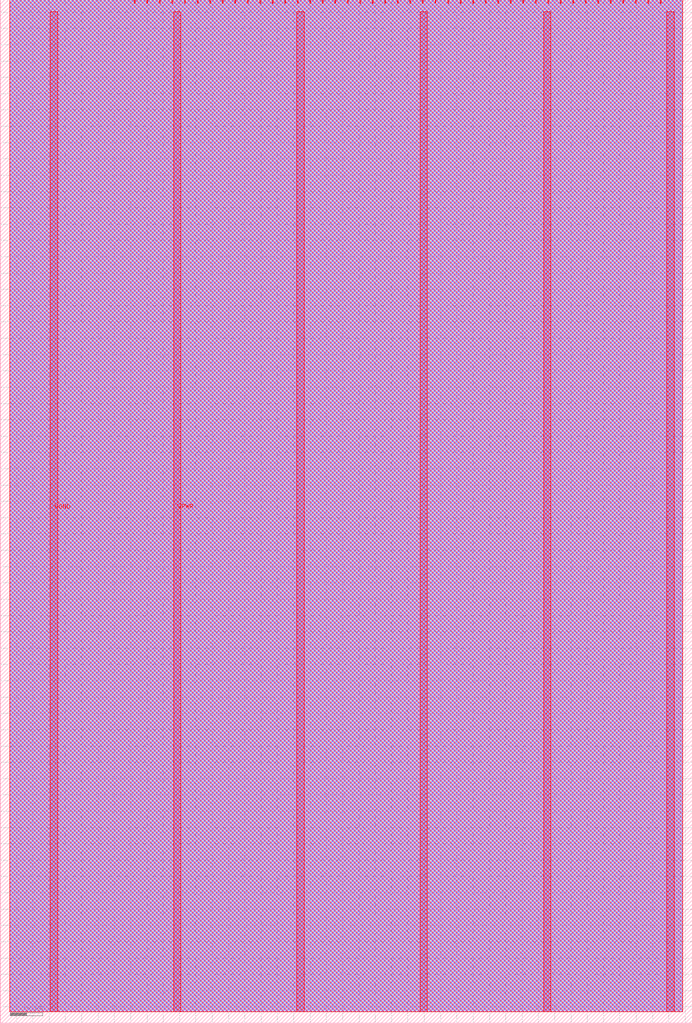
<source format=lef>
VERSION 5.8 ;
BUSBITCHARS "[]" ;
DIVIDERCHAR "/" ;
UNITS
    DATABASE MICRONS 1000 ;
END UNITS

VIA tt_um_dlmiles_tt05_i2c_bert_via1_2_2200_440_1_5_410_410
  VIARULE via1Array ;
  CUTSIZE 0.19 0.19 ;
  LAYERS Metal1 Via1 Metal2 ;
  CUTSPACING 0.22 0.22 ;
  ENCLOSURE 0.01 0.125 0.05 0.005 ;
  ROWCOL 1 5 ;
END tt_um_dlmiles_tt05_i2c_bert_via1_2_2200_440_1_5_410_410

VIA tt_um_dlmiles_tt05_i2c_bert_via2_3_2200_440_1_5_410_410
  VIARULE via2Array ;
  CUTSIZE 0.19 0.19 ;
  LAYERS Metal2 Via2 Metal3 ;
  CUTSPACING 0.22 0.22 ;
  ENCLOSURE 0.05 0.005 0.005 0.05 ;
  ROWCOL 1 5 ;
END tt_um_dlmiles_tt05_i2c_bert_via2_3_2200_440_1_5_410_410

VIA tt_um_dlmiles_tt05_i2c_bert_via3_4_2200_440_1_5_410_410
  VIARULE via3Array ;
  CUTSIZE 0.19 0.19 ;
  LAYERS Metal3 Via3 Metal4 ;
  CUTSPACING 0.22 0.22 ;
  ENCLOSURE 0.005 0.05 0.05 0.005 ;
  ROWCOL 1 5 ;
END tt_um_dlmiles_tt05_i2c_bert_via3_4_2200_440_1_5_410_410

VIA tt_um_dlmiles_tt05_i2c_bert_via4_5_2200_440_1_5_410_410
  VIARULE via4Array ;
  CUTSIZE 0.19 0.19 ;
  LAYERS Metal4 Via4 Metal5 ;
  CUTSPACING 0.22 0.22 ;
  ENCLOSURE 0.05 0.005 0.185 0.05 ;
  ROWCOL 1 5 ;
END tt_um_dlmiles_tt05_i2c_bert_via4_5_2200_440_1_5_410_410

MACRO tt_um_dlmiles_tt05_i2c_bert
  FOREIGN tt_um_dlmiles_tt05_i2c_bert 0 0 ;
  CLASS BLOCK ;
  SIZE 212.16 BY 313.74 ;
  PIN clk
    DIRECTION INPUT ;
    USE SIGNAL ;
    PORT
      LAYER Metal5 ;
        RECT  198.57 312.74 198.87 313.74 ;
    END
  END clk
  PIN ena
    DIRECTION INPUT ;
    USE SIGNAL ;
    PORT
      LAYER Metal5 ;
        RECT  202.41 312.74 202.71 313.74 ;
    END
  END ena
  PIN rst_n
    DIRECTION INPUT ;
    USE SIGNAL ;
    PORT
      LAYER Metal5 ;
        RECT  194.73 312.74 195.03 313.74 ;
    END
  END rst_n
  PIN ui_in[0]
    DIRECTION INPUT ;
    USE SIGNAL ;
    PORT
      LAYER Metal5 ;
        RECT  190.89 312.74 191.19 313.74 ;
    END
  END ui_in[0]
  PIN ui_in[1]
    DIRECTION INPUT ;
    USE SIGNAL ;
    PORT
      LAYER Metal5 ;
        RECT  187.05 312.74 187.35 313.74 ;
    END
  END ui_in[1]
  PIN ui_in[2]
    DIRECTION INPUT ;
    USE SIGNAL ;
    PORT
      LAYER Metal5 ;
        RECT  183.21 312.74 183.51 313.74 ;
    END
  END ui_in[2]
  PIN ui_in[3]
    DIRECTION INPUT ;
    USE SIGNAL ;
    PORT
      LAYER Metal5 ;
        RECT  179.37 312.74 179.67 313.74 ;
    END
  END ui_in[3]
  PIN ui_in[4]
    DIRECTION INPUT ;
    USE SIGNAL ;
    PORT
      LAYER Metal5 ;
        RECT  175.53 312.74 175.83 313.74 ;
    END
  END ui_in[4]
  PIN ui_in[5]
    DIRECTION INPUT ;
    USE SIGNAL ;
    PORT
      LAYER Metal5 ;
        RECT  171.69 312.74 171.99 313.74 ;
    END
  END ui_in[5]
  PIN ui_in[6]
    DIRECTION INPUT ;
    USE SIGNAL ;
    PORT
      LAYER Metal5 ;
        RECT  167.85 312.74 168.15 313.74 ;
    END
  END ui_in[6]
  PIN ui_in[7]
    DIRECTION INPUT ;
    USE SIGNAL ;
    PORT
      LAYER Metal5 ;
        RECT  164.01 312.74 164.31 313.74 ;
    END
  END ui_in[7]
  PIN uio_in[0]
    DIRECTION INPUT ;
    USE SIGNAL ;
    PORT
      LAYER Metal5 ;
        RECT  160.17 312.74 160.47 313.74 ;
    END
  END uio_in[0]
  PIN uio_in[1]
    DIRECTION INPUT ;
    USE SIGNAL ;
    PORT
      LAYER Metal5 ;
        RECT  156.33 312.74 156.63 313.74 ;
    END
  END uio_in[1]
  PIN uio_in[2]
    DIRECTION INPUT ;
    USE SIGNAL ;
    PORT
      LAYER Metal5 ;
        RECT  152.49 312.74 152.79 313.74 ;
    END
  END uio_in[2]
  PIN uio_in[3]
    DIRECTION INPUT ;
    USE SIGNAL ;
    PORT
      LAYER Metal5 ;
        RECT  148.65 312.74 148.95 313.74 ;
    END
  END uio_in[3]
  PIN uio_in[4]
    DIRECTION INPUT ;
    USE SIGNAL ;
    PORT
      LAYER Metal5 ;
        RECT  144.81 312.74 145.11 313.74 ;
    END
  END uio_in[4]
  PIN uio_in[5]
    DIRECTION INPUT ;
    USE SIGNAL ;
    PORT
      LAYER Metal5 ;
        RECT  140.97 312.74 141.27 313.74 ;
    END
  END uio_in[5]
  PIN uio_in[6]
    DIRECTION INPUT ;
    USE SIGNAL ;
    PORT
      LAYER Metal5 ;
        RECT  137.13 312.74 137.43 313.74 ;
    END
  END uio_in[6]
  PIN uio_in[7]
    DIRECTION INPUT ;
    USE SIGNAL ;
    PORT
      LAYER Metal5 ;
        RECT  133.29 312.74 133.59 313.74 ;
    END
  END uio_in[7]
  PIN uio_oe[0]
    DIRECTION OUTPUT ;
    USE SIGNAL ;
    PORT
      LAYER Metal5 ;
        RECT  68.01 312.74 68.31 313.74 ;
    END
  END uio_oe[0]
  PIN uio_oe[1]
    DIRECTION OUTPUT ;
    USE SIGNAL ;
    PORT
      LAYER Metal5 ;
        RECT  64.17 312.74 64.47 313.74 ;
    END
  END uio_oe[1]
  PIN uio_oe[2]
    DIRECTION OUTPUT ;
    USE SIGNAL ;
    PORT
      LAYER Metal5 ;
        RECT  60.33 312.74 60.63 313.74 ;
    END
  END uio_oe[2]
  PIN uio_oe[3]
    DIRECTION OUTPUT ;
    USE SIGNAL ;
    PORT
      LAYER Metal5 ;
        RECT  56.49 312.74 56.79 313.74 ;
    END
  END uio_oe[3]
  PIN uio_oe[4]
    DIRECTION OUTPUT ;
    USE SIGNAL ;
    PORT
      LAYER Metal5 ;
        RECT  52.65 312.74 52.95 313.74 ;
    END
  END uio_oe[4]
  PIN uio_oe[5]
    DIRECTION OUTPUT ;
    USE SIGNAL ;
    PORT
      LAYER Metal5 ;
        RECT  48.81 312.74 49.11 313.74 ;
    END
  END uio_oe[5]
  PIN uio_oe[6]
    DIRECTION OUTPUT ;
    USE SIGNAL ;
    PORT
      LAYER Metal5 ;
        RECT  44.97 312.74 45.27 313.74 ;
    END
  END uio_oe[6]
  PIN uio_oe[7]
    DIRECTION OUTPUT ;
    USE SIGNAL ;
    PORT
      LAYER Metal5 ;
        RECT  41.13 312.74 41.43 313.74 ;
    END
  END uio_oe[7]
  PIN uio_out[0]
    DIRECTION OUTPUT ;
    USE SIGNAL ;
    PORT
      LAYER Metal5 ;
        RECT  98.73 312.74 99.03 313.74 ;
    END
  END uio_out[0]
  PIN uio_out[1]
    DIRECTION OUTPUT ;
    USE SIGNAL ;
    PORT
      LAYER Metal5 ;
        RECT  94.89 312.74 95.19 313.74 ;
    END
  END uio_out[1]
  PIN uio_out[2]
    DIRECTION OUTPUT ;
    USE SIGNAL ;
    PORT
      LAYER Metal5 ;
        RECT  91.05 312.74 91.35 313.74 ;
    END
  END uio_out[2]
  PIN uio_out[3]
    DIRECTION OUTPUT ;
    USE SIGNAL ;
    PORT
      LAYER Metal5 ;
        RECT  87.21 312.74 87.51 313.74 ;
    END
  END uio_out[3]
  PIN uio_out[4]
    DIRECTION OUTPUT ;
    USE SIGNAL ;
    PORT
      LAYER Metal5 ;
        RECT  83.37 312.74 83.67 313.74 ;
    END
  END uio_out[4]
  PIN uio_out[5]
    DIRECTION OUTPUT ;
    USE SIGNAL ;
    PORT
      LAYER Metal5 ;
        RECT  79.53 312.74 79.83 313.74 ;
    END
  END uio_out[5]
  PIN uio_out[6]
    DIRECTION OUTPUT ;
    USE SIGNAL ;
    PORT
      LAYER Metal5 ;
        RECT  75.69 312.74 75.99 313.74 ;
    END
  END uio_out[6]
  PIN uio_out[7]
    DIRECTION OUTPUT ;
    USE SIGNAL ;
    PORT
      LAYER Metal5 ;
        RECT  71.85 312.74 72.15 313.74 ;
    END
  END uio_out[7]
  PIN uo_out[0]
    DIRECTION OUTPUT ;
    USE SIGNAL ;
    PORT
      LAYER Metal5 ;
        RECT  129.45 312.74 129.75 313.74 ;
    END
  END uo_out[0]
  PIN uo_out[1]
    DIRECTION OUTPUT ;
    USE SIGNAL ;
    PORT
      LAYER Metal5 ;
        RECT  125.61 312.74 125.91 313.74 ;
    END
  END uo_out[1]
  PIN uo_out[2]
    DIRECTION OUTPUT ;
    USE SIGNAL ;
    PORT
      LAYER Metal5 ;
        RECT  121.77 312.74 122.07 313.74 ;
    END
  END uo_out[2]
  PIN uo_out[3]
    DIRECTION OUTPUT ;
    USE SIGNAL ;
    PORT
      LAYER Metal5 ;
        RECT  117.93 312.74 118.23 313.74 ;
    END
  END uo_out[3]
  PIN uo_out[4]
    DIRECTION OUTPUT ;
    USE SIGNAL ;
    PORT
      LAYER Metal5 ;
        RECT  114.09 312.74 114.39 313.74 ;
    END
  END uo_out[4]
  PIN uo_out[5]
    DIRECTION OUTPUT ;
    USE SIGNAL ;
    PORT
      LAYER Metal5 ;
        RECT  110.25 312.74 110.55 313.74 ;
    END
  END uo_out[5]
  PIN uo_out[6]
    DIRECTION OUTPUT ;
    USE SIGNAL ;
    PORT
      LAYER Metal5 ;
        RECT  106.41 312.74 106.71 313.74 ;
    END
  END uo_out[6]
  PIN uo_out[7]
    DIRECTION OUTPUT ;
    USE SIGNAL ;
    PORT
      LAYER Metal5 ;
        RECT  102.57 312.74 102.87 313.74 ;
    END
  END uo_out[7]
  PIN VGND
    DIRECTION INOUT ;
    USE GROUND ;
    PORT
      LAYER Metal5 ;
        RECT  166.58 3.56 168.78 310.18 ;
        RECT  90.98 3.56 93.18 310.18 ;
        RECT  15.38 3.56 17.58 310.18 ;
    END
  END VGND
  PIN VPWR
    DIRECTION INOUT ;
    USE POWER ;
    PORT
      LAYER Metal5 ;
        RECT  204.38 3.56 206.58 310.18 ;
        RECT  128.78 3.56 130.98 310.18 ;
        RECT  53.18 3.56 55.38 310.18 ;
    END
  END VPWR
  OBS
    LAYER Metal1 ;
     RECT  2.88 3.56 209.28 313.74 ;
    LAYER Metal2 ;
     RECT  2.88 3.56 209.28 313.74 ;
    LAYER Metal3 ;
     RECT  2.88 3.56 209.28 313.74 ;
    LAYER Metal4 ;
     RECT  2.88 3.56 209.28 313.74 ;
    LAYER Metal5 ;
     RECT  2.88 3.56 209.28 313.74 ;
  END
END tt_um_dlmiles_tt05_i2c_bert
END LIBRARY

</source>
